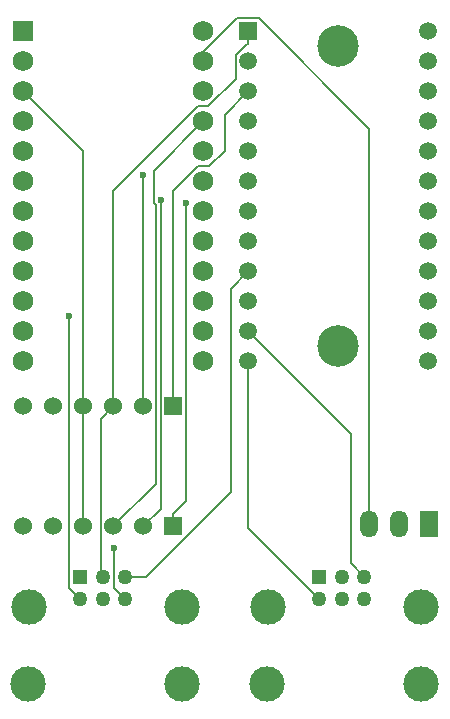
<source format=gbr>
%TF.GenerationSoftware,KiCad,Pcbnew,8.0.6*%
%TF.CreationDate,2025-04-03T12:19:07-05:00*%
%TF.ProjectId,Controller Combiner,436f6e74-726f-46c6-9c65-7220436f6d62,rev?*%
%TF.SameCoordinates,Original*%
%TF.FileFunction,Copper,L1,Top*%
%TF.FilePolarity,Positive*%
%FSLAX46Y46*%
G04 Gerber Fmt 4.6, Leading zero omitted, Abs format (unit mm)*
G04 Created by KiCad (PCBNEW 8.0.6) date 2025-04-03 12:19:07*
%MOMM*%
%LPD*%
G01*
G04 APERTURE LIST*
%TA.AperFunction,ComponentPad*%
%ADD10R,1.752600X1.752600*%
%TD*%
%TA.AperFunction,ComponentPad*%
%ADD11C,1.752600*%
%TD*%
%TA.AperFunction,ComponentPad*%
%ADD12R,1.270000X1.270000*%
%TD*%
%TA.AperFunction,ComponentPad*%
%ADD13C,1.270000*%
%TD*%
%TA.AperFunction,ComponentPad*%
%ADD14C,3.000000*%
%TD*%
%TA.AperFunction,ComponentPad*%
%ADD15R,1.500000X2.300000*%
%TD*%
%TA.AperFunction,ComponentPad*%
%ADD16O,1.500000X2.300000*%
%TD*%
%TA.AperFunction,ComponentPad*%
%ADD17C,1.524000*%
%TD*%
%TA.AperFunction,ComponentPad*%
%ADD18R,1.524000X1.524000*%
%TD*%
%TA.AperFunction,ComponentPad*%
%ADD19R,1.508000X1.508000*%
%TD*%
%TA.AperFunction,ComponentPad*%
%ADD20C,1.508000*%
%TD*%
%TA.AperFunction,ComponentPad*%
%ADD21C,3.516000*%
%TD*%
%TA.AperFunction,ViaPad*%
%ADD22C,0.600000*%
%TD*%
%TA.AperFunction,Conductor*%
%ADD23C,0.200000*%
%TD*%
G04 APERTURE END LIST*
D10*
%TO.P,U4,1,TX*%
%TO.N,unconnected-(U4-TX-Pad1)*%
X114300000Y-62230000D03*
D11*
%TO.P,U4,2,RX*%
%TO.N,unconnected-(U4-RX-Pad2)*%
X114300000Y-64770000D03*
%TO.P,U4,3,GND*%
%TO.N,Net-(1a1-GND)*%
X114300000Y-67310000D03*
%TO.P,U4,4,GND*%
%TO.N,unconnected-(U4-GND-Pad4)*%
X114300000Y-69850000D03*
%TO.P,U4,5,SDA*%
%TO.N,Net-(U4-SDA)*%
X114300000Y-72390000D03*
%TO.P,U4,6,SCL*%
%TO.N,Net-(U4-SCL)*%
X114300000Y-74930000D03*
%TO.P,U4,7,D4*%
%TO.N,unconnected-(U4-D4-Pad7)*%
X114300000Y-77470000D03*
%TO.P,U4,8,C6*%
%TO.N,unconnected-(U4-C6-Pad8)*%
X114300000Y-80010000D03*
%TO.P,U4,9,D7*%
%TO.N,unconnected-(U4-D7-Pad9)*%
X114300000Y-82550000D03*
%TO.P,U4,10,E6*%
%TO.N,unconnected-(U4-E6-Pad10)*%
X114300000Y-85090000D03*
%TO.P,U4,11,B4*%
%TO.N,unconnected-(U4-B4-Pad11)*%
X114300000Y-87630000D03*
%TO.P,U4,12,B5*%
%TO.N,unconnected-(U4-B5-Pad12)*%
X114300000Y-90170000D03*
%TO.P,U4,13,B6*%
%TO.N,unconnected-(U4-B6-Pad13)*%
X129540000Y-90170000D03*
%TO.P,U4,14,B2*%
%TO.N,unconnected-(U4-B2-Pad14)*%
X129540000Y-87630000D03*
%TO.P,U4,15,B3*%
%TO.N,unconnected-(U4-B3-Pad15)*%
X129540000Y-85090000D03*
%TO.P,U4,16,B1*%
%TO.N,unconnected-(U4-B1-Pad16)*%
X129540000Y-82550000D03*
%TO.P,U4,17,F7*%
%TO.N,unconnected-(U4-F7-Pad17)*%
X129540000Y-80010000D03*
%TO.P,U4,18,F6*%
%TO.N,unconnected-(U4-F6-Pad18)*%
X129540000Y-77470000D03*
%TO.P,U4,19,F5*%
%TO.N,unconnected-(U4-F5-Pad19)*%
X129540000Y-74930000D03*
%TO.P,U4,20,F4*%
%TO.N,unconnected-(U4-F4-Pad20)*%
X129540000Y-72390000D03*
%TO.P,U4,21,VCC*%
%TO.N,Net-(U2-IN)*%
X129540000Y-69850000D03*
%TO.P,U4,22,RST*%
%TO.N,unconnected-(U4-RST-Pad22)*%
X129540000Y-67310000D03*
%TO.P,U4,23,GND*%
%TO.N,Net-(U2-GND)*%
X129540000Y-64770000D03*
%TO.P,U4,24,RAW*%
%TO.N,unconnected-(U4-RAW-Pad24)*%
X129540000Y-62230000D03*
%TD*%
D12*
%TO.P,1a1,1,3.3v*%
%TO.N,Net-(U1-VIN)*%
X119125000Y-108405000D03*
D13*
%TO.P,1a1,2,SCL*%
%TO.N,Net-(1a1-SCL)*%
X119125000Y-110310000D03*
%TO.P,1a1,3,3.3v*%
%TO.N,Net-(U1-VIN)*%
X121030000Y-108405000D03*
%TO.P,1a1,4*%
%TO.N,N/C*%
X121030000Y-110310000D03*
%TO.P,1a1,5,SDA*%
%TO.N,Net-(1a1-SDA)*%
X122935000Y-108405000D03*
%TO.P,1a1,6,GND*%
%TO.N,Net-(1a1-GND)*%
X122935000Y-110310000D03*
D14*
%TO.P,1a1,SH*%
%TO.N,N/C*%
X114725000Y-117505000D03*
X114807000Y-110945000D03*
X127725000Y-117505000D03*
X127761000Y-110945000D03*
%TD*%
D15*
%TO.P,U2,1,IN*%
%TO.N,Net-(U2-IN)*%
X148600000Y-103960000D03*
D16*
%TO.P,U2,2,OUT*%
%TO.N,Net-(U1-VIN)*%
X146100000Y-103960000D03*
%TO.P,U2,3,GND*%
%TO.N,Net-(U2-GND)*%
X143600000Y-103910000D03*
%TD*%
D12*
%TO.P,1b1,1,3.3v*%
%TO.N,Net-(U1-VIN)*%
X139355000Y-108405000D03*
D13*
%TO.P,1b1,2,SCL*%
%TO.N,Net-(1b1-SCL)*%
X139355000Y-110310000D03*
%TO.P,1b1,3,3.3v*%
%TO.N,Net-(U1-VIN)*%
X141260000Y-108405000D03*
%TO.P,1b1,4*%
%TO.N,N/C*%
X141260000Y-110310000D03*
%TO.P,1b1,5,SDA*%
%TO.N,Net-(1b1-SDA)*%
X143165000Y-108405000D03*
%TO.P,1b1,6,GND*%
%TO.N,Net-(1a1-GND)*%
X143165000Y-110310000D03*
D14*
%TO.P,1b1,SH*%
%TO.N,N/C*%
X134955000Y-117505000D03*
X135037000Y-110945000D03*
X147955000Y-117505000D03*
X147991000Y-110945000D03*
%TD*%
D17*
%TO.P,U3,GND_1,GND*%
%TO.N,Net-(1a1-GND)*%
X119380000Y-104140000D03*
%TO.P,U3,GND_2,GND*%
X119380000Y-93980000D03*
%TO.P,U3,HV,HV*%
%TO.N,Net-(U2-IN)*%
X121920000Y-104140000D03*
D18*
%TO.P,U3,HV1,HV1*%
%TO.N,Net-(U4-SDA)*%
X127000000Y-104140000D03*
D17*
%TO.P,U3,HV2,HV2*%
%TO.N,Net-(U4-SCL)*%
X124460000Y-104140000D03*
%TO.P,U3,HV3,HV3*%
%TO.N,unconnected-(U3-PadHV3)*%
X116840000Y-104140000D03*
%TO.P,U3,HV4,HV4*%
%TO.N,unconnected-(U3-PadHV4)*%
X114300000Y-104140000D03*
%TO.P,U3,LV,LV*%
%TO.N,Net-(U1-VIN)*%
X121920000Y-93980000D03*
D18*
%TO.P,U3,LV1,LV1*%
%TO.N,Net-(U1-SDA)*%
X127000000Y-93980000D03*
D17*
%TO.P,U3,LV2,LV2*%
%TO.N,Net-(U1-SCL)*%
X124460000Y-93980000D03*
%TO.P,U3,LV3,LV3*%
%TO.N,unconnected-(U3-PadLV3)*%
X116840000Y-93980000D03*
%TO.P,U3,LV4,LV4*%
%TO.N,unconnected-(U3-PadLV4)*%
X114300000Y-93980000D03*
%TD*%
D19*
%TO.P,U1,1,VIN*%
%TO.N,Net-(U1-VIN)*%
X133350000Y-62230000D03*
D20*
%TO.P,U1,2,GND*%
%TO.N,Net-(1a1-GND)*%
X133350000Y-64770000D03*
%TO.P,U1,3,SDA*%
%TO.N,Net-(U1-SDA)*%
X133350000Y-67310000D03*
%TO.P,U1,4,SCL*%
%TO.N,Net-(U1-SCL)*%
X133350000Y-69850000D03*
%TO.P,U1,5,RST*%
%TO.N,unconnected-(U1-RST-Pad5)*%
X133350000Y-72390000D03*
%TO.P,U1,6,A0*%
%TO.N,unconnected-(U1-A0-Pad6)*%
X133350000Y-74930000D03*
%TO.P,U1,7,A1*%
%TO.N,unconnected-(U1-A1-Pad7)*%
X133350000Y-77470000D03*
%TO.P,U1,8,A2*%
%TO.N,unconnected-(U1-A2-Pad8)*%
X133350000Y-80010000D03*
%TO.P,U1,9,SDA0*%
%TO.N,Net-(1a1-SDA)*%
X133350000Y-82550000D03*
%TO.P,U1,10,SCL0*%
%TO.N,Net-(1a1-SCL)*%
X133350000Y-85090000D03*
%TO.P,U1,11,SDA1*%
%TO.N,Net-(1b1-SDA)*%
X133350000Y-87630000D03*
%TO.P,U1,12,SCL1*%
%TO.N,Net-(1b1-SCL)*%
X133350000Y-90170000D03*
%TO.P,U1,13,SDA2*%
%TO.N,unconnected-(U1-SDA2-Pad13)*%
X148590000Y-90170000D03*
%TO.P,U1,14,SCL2*%
%TO.N,unconnected-(U1-SCL2-Pad14)*%
X148590000Y-87630000D03*
%TO.P,U1,15,SDA3*%
%TO.N,unconnected-(U1-SDA3-Pad15)*%
X148590000Y-85090000D03*
%TO.P,U1,16,SCL3*%
%TO.N,unconnected-(U1-SCL3-Pad16)*%
X148590000Y-82550000D03*
%TO.P,U1,17,SDA4*%
%TO.N,unconnected-(U1-SDA4-Pad17)*%
X148590000Y-80010000D03*
%TO.P,U1,18,SCL4*%
%TO.N,unconnected-(U1-SCL4-Pad18)*%
X148590000Y-77470000D03*
%TO.P,U1,19,SDA5*%
%TO.N,unconnected-(U1-SDA5-Pad19)*%
X148590000Y-74930000D03*
%TO.P,U1,20,SCL5*%
%TO.N,unconnected-(U1-SCL5-Pad20)*%
X148590000Y-72390000D03*
%TO.P,U1,21,SDA6*%
%TO.N,unconnected-(U1-SDA6-Pad21)*%
X148590000Y-69850000D03*
%TO.P,U1,22,SCL6*%
%TO.N,unconnected-(U1-SCL6-Pad22)*%
X148590000Y-67310000D03*
%TO.P,U1,23,SDA7*%
%TO.N,unconnected-(U1-SDA7-Pad23)*%
X148590000Y-64770000D03*
%TO.P,U1,24,SCL7*%
%TO.N,unconnected-(U1-SCL7-Pad24)*%
X148590000Y-62230000D03*
D21*
%TO.P,U1,P1*%
%TO.N,N/C*%
X140970000Y-63500000D03*
%TO.P,U1,P2*%
X140970000Y-88900000D03*
%TD*%
D22*
%TO.N,Net-(1a1-SCL)*%
X118160000Y-86360000D03*
%TO.N,Net-(1a1-GND)*%
X121982500Y-105953000D03*
%TO.N,Net-(U1-SCL)*%
X124460000Y-74422300D03*
%TO.N,Net-(U4-SCL)*%
X125936300Y-76480100D03*
%TO.N,Net-(U4-SDA)*%
X128063700Y-76765500D03*
%TD*%
D23*
%TO.N,Net-(1a1-SCL)*%
X119125000Y-110310000D02*
X118160000Y-109345000D01*
X118160000Y-109345000D02*
X118160000Y-86360000D01*
%TO.N,Net-(1a1-GND)*%
X119380000Y-72390000D02*
X119380000Y-93980000D01*
X121982500Y-105953000D02*
X121982500Y-109357500D01*
X121982500Y-109357500D02*
X122935000Y-110310000D01*
X114300000Y-67310000D02*
X119380000Y-72390000D01*
X119380000Y-93980000D02*
X119380000Y-104140000D01*
%TO.N,Net-(U1-VIN)*%
X132294300Y-64209300D02*
X132294300Y-66245300D01*
X121920000Y-75721800D02*
X121920000Y-93980000D01*
X120838600Y-108213600D02*
X121030000Y-108405000D01*
X133350000Y-63285700D02*
X133217900Y-63285700D01*
X129959600Y-68580000D02*
X129061800Y-68580000D01*
X132294300Y-66245300D02*
X129959600Y-68580000D01*
X121920000Y-93980000D02*
X120838600Y-95061400D01*
X133350000Y-62230000D02*
X133350000Y-63285700D01*
X129061800Y-68580000D02*
X121920000Y-75721800D01*
X133217900Y-63285700D02*
X132294300Y-64209300D01*
X120838600Y-95061400D02*
X120838600Y-108213600D01*
%TO.N,Net-(1a1-SDA)*%
X122935000Y-108405000D02*
X124695200Y-108405000D01*
X131864200Y-84035800D02*
X133350000Y-82550000D01*
X131864200Y-101236000D02*
X131864200Y-84035800D01*
X124695200Y-108405000D02*
X131864200Y-101236000D01*
%TO.N,Net-(1b1-SDA)*%
X142029000Y-107269000D02*
X143165000Y-108405000D01*
X133350000Y-87630000D02*
X142028900Y-96308900D01*
X142028900Y-96308900D02*
X142028900Y-107269000D01*
X142028900Y-107269000D02*
X142029000Y-107269000D01*
%TO.N,Net-(1b1-SCL)*%
X133350000Y-90170000D02*
X133350000Y-104305000D01*
X133350000Y-104305000D02*
X139355000Y-110310000D01*
%TO.N,Net-(U1-SCL)*%
X124460000Y-93980000D02*
X124460000Y-74422300D01*
%TO.N,Net-(U1-SDA)*%
X129085900Y-73660000D02*
X130014700Y-73660000D01*
X127000000Y-93980000D02*
X127000000Y-75745900D01*
X131340400Y-72334300D02*
X131340400Y-69319600D01*
X127000000Y-75745900D02*
X129085900Y-73660000D01*
X131340400Y-69319600D02*
X133350000Y-67310000D01*
X130014700Y-73660000D02*
X131340400Y-72334300D01*
%TO.N,Net-(U2-GND)*%
X143600000Y-70495400D02*
X134242600Y-61138000D01*
X134242600Y-61138000D02*
X132412500Y-61138000D01*
X129540000Y-64010500D02*
X129540000Y-64770000D01*
X132412500Y-61138000D02*
X129540000Y-64010500D01*
X143600000Y-103910000D02*
X143600000Y-70495400D01*
%TO.N,Net-(U2-IN)*%
X125533200Y-76927800D02*
X125533200Y-100526800D01*
X125533200Y-100526800D02*
X121920000Y-104140000D01*
X129540000Y-69850000D02*
X125333100Y-74056900D01*
X125333100Y-76727700D02*
X125533200Y-76927800D01*
X125333100Y-74056900D02*
X125333100Y-76727700D01*
%TO.N,Net-(U4-SCL)*%
X125936300Y-102663700D02*
X125936300Y-76480100D01*
X124460000Y-104140000D02*
X125936300Y-102663700D01*
%TO.N,Net-(U4-SDA)*%
X128063700Y-102012600D02*
X128063700Y-76765500D01*
X127000000Y-103076300D02*
X128063700Y-102012600D01*
X127000000Y-104140000D02*
X127000000Y-103076300D01*
%TD*%
M02*

</source>
